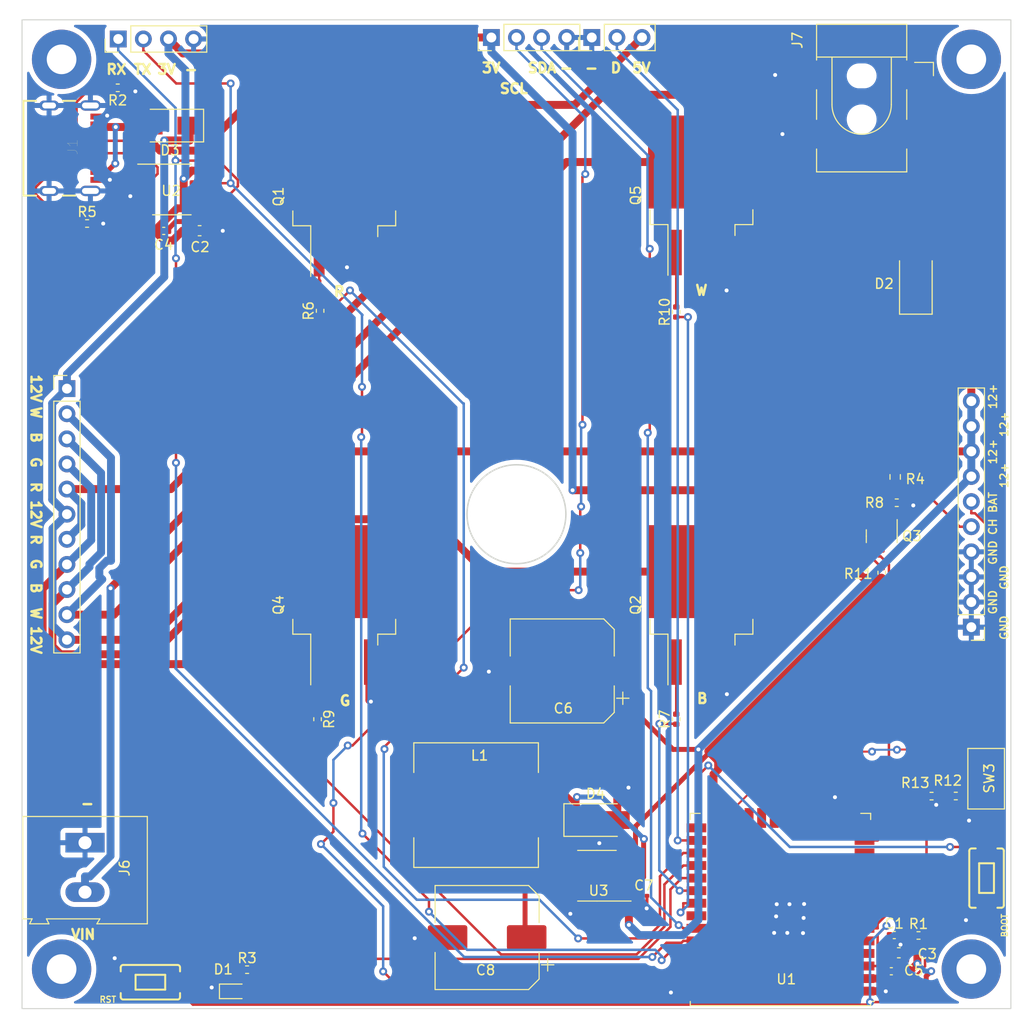
<source format=kicad_pcb>
(kicad_pcb (version 20211014) (generator pcbnew)
  (layers (0 "F.Cu" signal) (31 "B.Cu" signal) (34 "B.Paste" user) (35 "F.Paste" user) (36 "B.SilkS" user "B.Silkscreen") (37 "F.SilkS" user "F.Silkscreen") (38 "B.Mask" user) (39 "F.Mask" user) (44 "Edge.Cuts" user))
  (net 0 "")
  (net 1 "GND")
  (net 2 "Net-(C1-Pad2)")
  (net 3 "+3V3")
  (net 5 "Net-(D1-Pad2)")
  (net 6 "Net-(D2-Pad2)")
  (net 7 "VUSB")
  (net 8 "D-")
  (net 9 "D+")
  (net 11 "Net-(J1-PadB5)")
  (net 12 "Net-(J1-PadA5)")
  (net 14 "G")
  (net 15 "R")
  (net 16 "B")
  (net 17 "W")
  (net 18 "DATA")
  (net 19 "RX")
  (net 20 "TX")
  (net 21 "SCL")
  (net 22 "SDA")
  (net 23 "Net-(D4-Pad1)")
  (net 24 "V_SENSE")
  (net 25 "+12V")
  (net 26 "Net-(Q1-Pad1)")
  (net 27 "Net-(Q2-Pad1)")
  (net 28 "SENSE_PIN")
  (net 29 "Net-(Q3-Pad3)")
  (net 30 "Net-(Q4-Pad1)")
  (net 31 "Net-(Q5-Pad1)")
  (net 32 "Net-(R3-Pad2)")
  (net 33 "R_PWM")
  (net 34 "B_PWM")
  (net 35 "G_PWM")
  (net 36 "W_PWM")
  (net 37 "Net-(SW2-Pad2)")
  (net 40 "V_SENSE_BAT")
  (net 55 "Net-(SW3-Pad2)")
  (net 59 "ADC")
  (net 60 "Net-(Q3-Pad1)")
  (footprint "Resistor_SMD:R_0402_1005Metric" (layer "F.Cu") (at 66.16 70.73 90)
    (fp_text reference "R7")
    (fp_text value "200R")
  )
  (footprint "Package_TO_SOT_SMD:SOT-23" (layer "F.Cu") (at 86.94 52.22 -90)
    (fp_text reference "Q3")
    (fp_text value "2N7002")
  )
  (footprint "Resistor_SMD:R_0402_1005Metric" (layer "F.Cu") (at 6.58 20.6)
    (fp_text reference "R5")
    (fp_text value "5.1K")
  )
  (footprint "Diode_SMD:D_SMA" (layer "F.Cu") (at 14.96 10.7 180)
    (fp_text reference "D3")
    (fp_text value "D")
  )
  (footprint "Resistor_SMD:R_0402_1005Metric" (layer "F.Cu") (at 91.98 78.51)
    (fp_text reference "R13")
    (fp_text value "2.4k")
  )
  (footprint "MountingHole:MountingHole_3mm_Pad" (layer "F.Cu") (at 96 96)
    (fp_text reference "H4" hide)
    (fp_text value "MountingHole")
  )
  (footprint "Connector_PinHeader_2.54mm:PinHeader_1x03_P2.54mm_Vertical" (layer "F.Cu") (at 57.6175 1.79 90)
    (fp_text reference "J3" hide)
    (fp_text value "WS2812B")
  )
  (footprint "Connector_PinHeader_2.54mm:PinHeader_1x11_P2.54mm_Vertical" (layer "F.Cu") (at 4.54 37.3)
    (fp_text reference "J2" hide)
    (fp_text value "12vPWM")
  )
  (footprint "Diode_SMD:D_SMA" (layer "F.Cu") (at 90.39 26.37 90)
    (fp_text reference "D2")
    (fp_text value "D")
  )
  (footprint "Connector_PinHeader_2.54mm:PinHeader_1x04_P2.54mm_Vertical" (layer "F.Cu") (at 9.73 1.94 90)
    (fp_text reference "J4" hide)
    (fp_text value "UART")
  )
  (footprint "Package_TO_SOT_SMD:TO-263-2" (layer "F.Cu") (at 68.71 59.18 90)
    (fp_text reference "Q2")
    (fp_text value "NCE4060K")
  )
  (footprint "Capacitor_SMD:CP_Elec_10x10" (layer "F.Cu") (at 54.63 65.85 180)
    (fp_text reference "C6")
    (fp_text value "470uF 35V")
  )
  (footprint "Capacitor_SMD:C_0201_0603Metric" (layer "F.Cu") (at 62.88 88.59)
    (fp_text reference "C7")
    (fp_text value "1uF")
  )
  (footprint "Package_SO:SOP-8_3.9x4.9mm_P1.27mm" (layer "F.Cu") (at 58.14 86.56 180)
    (fp_text reference "U3")
    (fp_text value "XL-1509-3.3E1")
  )
  (footprint "Resistor_SMD:R_0402_1005Metric" (layer "F.Cu") (at 29.885 70.73 -90)
    (fp_text reference "R9")
    (fp_text value "200R")
  )
  (footprint "Capacitor_SMD:C_0603_1608Metric" (layer "F.Cu") (at 17.96 21.33)
    (fp_text reference "C2")
    (fp_text value "10uF")
  )
  (footprint "Resistor_SMD:R_0603_1608Metric" (layer "F.Cu") (at 88.3 46.23 -90)
    (fp_text reference "R4")
    (fp_text value "10K")
  )
  (footprint "Diode_SMD:D_SMA" (layer "F.Cu") (at 58.2 80.93)
    (fp_text reference "D4")
    (fp_text value "SS34")
  )
  (footprint "Connector_BarrelJack:BarrelJack_CLIFF_FC681465S_SMT_Horizontal" (layer "F.Cu") (at 84.91 8.57 -90)
    (fp_text reference "J7")
    (fp_text value "Barrel_Jack_Switch")
  )
  (footprint "TerminalBlock:TerminalBlock_Altech_AK300-2_P5.00mm" (layer "F.Cu") (at 6.37 83.22 -90)
    (fp_text reference "J6")
    (fp_text value "Terminal")
  )
  (footprint "Resistor_SMD:R_0402_1005Metric" (layer "F.Cu") (at 30.145 29.43 90)
    (fp_text reference "R6")
    (fp_text value "200R")
  )
  (footprint "RF_Module:ESP32-WROOM-32U" (layer "F.Cu") (at 76.7 89.975 180)
    (fp_text reference "U1")
    (fp_text value "ESP32-WROOM-32U")
  )
  (footprint "USB4105-GF-A:GCT_USB4105-GF-A" (layer "F.Cu") (at 2.735 12.9875 -90)
    (fp_text reference "J1")
    (fp_text value "USB4105-GF-A")
  )
  (footprint "Capacitor_SMD:C_0402_1005Metric" (layer "F.Cu") (at 88.21 92.56)
    (fp_text reference "C1")
    (fp_text value "0.1uF")
  )
  (footprint "Connector_PinHeader_2.54mm:PinHeader_1x04_P2.54mm_Vertical" (layer "F.Cu") (at 47.4625 1.79 90)
    (fp_text reference "J5" hide)
    (fp_text value "ExtSensor")
  )
  (footprint "Connector_PinHeader_2.54mm:PinHeader_1x10_P2.54mm_Vertical" (layer "F.Cu") (at 96 61.425 180)
    (fp_text reference "J8" hide)
    (fp_text value "pinHeaders")
  )
  (footprint "Switches:TACTILE_SWITCH_SMD_6.0X3.5MM" (layer "F.Cu") (at 12.98 97.33)
    (fp_text reference "SW1" hide)
    (fp_text value "RST")
  )
  (footprint "Capacitor_SMD:C_0402_1005Metric" (layer "F.Cu") (at 87.91 96.22)
    (fp_text reference "C5")
    (fp_text value "0.1uF")
  )
  (footprint "Resistor_SMD:R_0402_1005Metric" (layer "F.Cu") (at 66.16 29.55 90)
    (fp_text reference "R10")
    (fp_text value "200R")
  )
  (footprint "Capacitor_SMD:CP_Elec_10x10" (layer "F.Cu") (at 47.0325 92.81 180)
    (fp_text reference "C8")
    (fp_text value "330uF 35V")
  )
  (footprint "Inductor_SMD:L_12x12mm_H8mm" (layer "F.Cu") (at 45.92 79.42)
    (fp_text reference "L1")
    (fp_text value "47uH / 2A")
  )
  (footprint "MountingHole:MountingHole_3mm_Pad" (layer "F.Cu") (at 4 96)
    (fp_text reference "H1" hide)
    (fp_text value "MountingHole")
  )
  (footprint "Package_SO:SOP-8_3.9x4.9mm_P1.27mm" (layer "F.Cu") (at 15.15 17.16)
    (fp_text reference "U2")
    (fp_text value "CH340N")
  )
  (footprint "Package_TO_SOT_SMD:TO-263-2" (layer "F.Cu") (at 32.585 59.18 90)
    (fp_text reference "Q4")
    (fp_text value "NCE4060K")
  )
  (footprint "MountingHole:MountingHole_3mm_Pad" (layer "F.Cu") (at 4 4)
    (fp_text reference "H2" hide)
    (fp_text value "MountingHole")
  )
  (footprint "Capacitor_SMD:C_0402_1005Metric" (layer "F.Cu") (at 14.33 21.35)
    (fp_text reference "C4")
    (fp_text value "0.1uF")
  )
  (footprint "LED_SMD:LED_0603_1608Metric" (layer "F.Cu") (at 21.45 98.25)
    (fp_text reference "D1")
    (fp_text value "D")
  )
  (footprint "Resistor_SMD:R_0402_1005Metric" (layer "F.Cu") (at 88.46 48.84 180)
    (fp_text reference "R8")
    (fp_text value "100K")
  )
  (footprint "Button_Switch_SMD:SW_SPST_CK_RS282G05A3" (layer "F.Cu") (at 97.5 76.75 90)
    (fp_text reference "SW3")
    (fp_text value "BTN")
  )
  (footprint "Switches:TACTILE_SWITCH_SMD_6.0X3.5MM" (layer "F.Cu") (at 97.54 86.8 90)
    (fp_text reference "SW2" hide)
    (fp_text value "BOOT")
  )
  (footprint "Resistor_SMD:R_0402_1005Metric" (layer "F.Cu") (at 90.66 92.6)
    (fp_text reference "R1")
    (fp_text value "100K")
  )
  (footprint "Resistor_SMD:R_0402_1005Metric" (layer "F.Cu") (at 22.76 96.06)
    (fp_text reference "R3")
    (fp_text value "680R")
  )
  (footprint "Capacitor_SMD:C_0603_1608Metric" (layer "F.Cu") (at 88.67 94.35)
    (fp_text reference "C3")
    (fp_text value "22uF")
  )
  (footprint "MountingHole:MountingHole_3mm_Pad" (layer "F.Cu") (at 96 4)
    (fp_text reference "H3" hide)
    (fp_text value "MountingHole")
  )
  (footprint "Package_TO_SOT_SMD:TO-263-2" (layer "F.Cu") (at 68.71 17.76 90)
    (fp_text reference "Q5")
    (fp_text value "NCE4060K")
  )
  (footprint "Resistor_SMD:R_0402_1005Metric" (layer "F.Cu") (at 86.94 55.92 90)
    (fp_text reference "R11")
    (fp_text value "100K")
  )
  (footprint "Resistor_SMD:R_0402_1005Metric" (layer "F.Cu") (at 94.43 78.5)
    (fp_text reference "R12")
    (fp_text value "10k")
  )
  (footprint "Resistor_SMD:R_0402_1005Metric" (layer "F.Cu") (at 9.68 6.88)
    (fp_text reference "R2")
    (fp_text value "5.1K")
  )
  (footprint "Package_TO_SOT_SMD:TO-263-2" (layer "F.Cu") (at 32.585 17.88 90)
    (fp_text reference "Q1")
    (fp_text value "NCE4060K")
  )
  (gr_rect locked (start 0 0) (end 100 100) (layer "Edge.Cuts") (width 0.1) (fill none))
  (gr_circle (center 50 50) (end 55 50) (layer "Edge.Cuts") (width 0.15) (fill none))
  (gr_text "-" (at 57.59 4.87) (layer "F.SilkS") (effects (font (size 1 1) (thickness 0.25))))
  (gr_text "3V" (at 14.6275 5.02) (layer "F.SilkS") (effects (font (size 1 1) (thickness 0.25))))
  (gr_text "GND" (at 98.18 58.9 90) (layer "F.SilkS") (effects (font (size 0.8 0.8))))
  (gr_text "G" (at 1.41 55.04 270) (layer "F.SilkS") (effects (font (size 1 1) (thickness 0.25))))
  (gr_text "GND" (at 99.33 56.4 90) (layer "F.SilkS") (effects (font (size 0.8 0.8))))
  (gr_text "SDA" (at 52.58 4.87) (layer "F.SilkS") (effects (font (size 1 1) (thickness 0.25))))
  (gr_text "12+" (at 98.18 38.09 90) (layer "F.SilkS") (effects (font (size 0.8 0.8))))
  (gr_text "12V" (at 1.41 50.01 270) (layer "F.SilkS") (effects (font (size 1 1) (thickness 0.25))))
  (gr_text "12V" (at 1.41 37.29 270) (layer "F.SilkS") (effects (font (size 1 1) (thickness 0.25))))
  (gr_text "GND" (at 99.33 61.47 90) (layer "F.SilkS") (effects (font (size 0.8 0.8))))
  (gr_text "3V" (at 47.45 4.87) (layer "F.SilkS") (effects (font (size 1 1) (thickness 0.25))))
  (gr_text "W" (at 1.41 60.03 270) (layer "F.SilkS") (effects (font (size 1 1) (thickness 0.25))))
  (gr_text "W" (at 68.71 27.36) (layer "F.SilkS") (effects (font (size 1 1) (thickness 0.25))))
  (gr_text "SCL" (at 49.73 6.96) (layer "F.SilkS") (effects (font (size 1 1) (thickness 0.25))))
  (gr_text "B" (at 68.79 68.64) (layer "F.SilkS") (effects (font (size 1 1) (thickness 0.25))))
  (gr_text "TX" (at 12.1975 5.02) (layer "F.SilkS") (effects (font (size 1 1) (thickness 0.25))))
  (gr_text "-" (at 17.0975 5.02) (layer "F.SilkS") (effects (font (size 1 1) (thickness 0.25))))
  (gr_text "B" (at 1.41 57.47 270) (layer "F.SilkS") (effects (font (size 1 1) (thickness 0.25))))
  (gr_text "R" (at 1.41 47.27 270) (layer "F.SilkS") (effects (font (size 1 1) (thickness 0.25))))
  (gr_text "12+" (at 99.33 40.91 90) (layer "F.SilkS") (effects (font (size 0.8 0.8))))
  (gr_text "GND" (at 98.18 53.88 90) (layer "F.SilkS") (effects (font (size 0.8 0.8))))
  (gr_text "12V" (at 1.41 62.73 270) (layer "F.SilkS") (effects (font (size 1 1) (thickness 0.25))))
  (gr_text "G" (at 1.41 44.75 270) (layer "F.SilkS") (effects (font (size 1 1) (thickness 0.25))))
  (gr_text "-" (at 6.61 79.25) (layer "F.SilkS") (effects (font (size 1 1) (thickness 0.25))))
  (gr_text "BAT" (at 98.18 48.81 90) (layer "F.SilkS") (effects (font (size 0.8 0.8))))
  (gr_text "W" (at 1.41 39.72 270) (layer "F.SilkS") (effects (font (size 1 1) (thickness 0.25))))
  (gr_text "R" (at 32.07 27.49) (layer "F.SilkS") (effects (font (size 1 1) (thickness 0.25))))
  (gr_text "RX" (at 9.5375 5.02) (layer "F.SilkS") (effects (font (size 1 1) (thickness 0.25))))
  (gr_text "12+" (at 99.33 46.08 90) (layer "F.SilkS") (effects (font (size 0.8 0.8))))
  (gr_text "CH" (at 98.18 51.27 90) (layer "F.SilkS") (effects (font (size 0.8 0.8))))
  (gr_text "5V" (at 62.64 4.87) (layer "F.SilkS") (effects (font (size 1 1) (thickness 0.25))))
  (gr_text "B" (at 1.41 42.24 270) (layer "F.SilkS") (effects (font (size 1 1) (thickness 0.25))))
  (gr_text "-" (at 55.04 4.87) (layer "F.SilkS") (effects (font (size 1 1) (thickness 0.25))))
  (gr_text "12+" (at 98.18 43.68 90) (layer "F.SilkS") (effects (font (size 0.8 0.8))))
  (gr_text "R" (at 1.41 52.57 270) (layer "F.SilkS") (effects (font (size 1 1) (thickness 0.25))))
  (gr_text "G" (at 32.665 68.86) (layer "F.SilkS") (effects (font (size 1 1) (thickness 0.25))))
  (gr_text "D" (at 60.06 4.87) (layer "F.SilkS") (effects (font (size 1 1) (thickness 0.25))))
  (gr_text "VIN" (at 6.19 92.5) (layer "F.SilkS") (effects (font (size 1 1) (thickness 0.25))))
  (segment (start 76.32 90.73) (end 76.26 90.67) (width 0.5) (layer "F.Cu") (net 1))
  (segment (start 97.54 89.9496) (end 96.5604 89.9496) (width 0.8) (layer "F.Cu") (net 1))
  (segment (start 89.86 48.84) (end 90.13 49.11) (width 0.5) (layer "F.Cu") (net 1))
  (segment (start 14.81 21.135702) (end 15.540222 20.40548) (width 0.5) (layer "F.Cu") (net 1))
  (segment (start 14.81 21.35) (end 14.81 21.135702) (width 0.5) (layer "F.Cu") (net 1))
  (segment (start 10.19 6.88) (end 11.1 6.88) (width 0.5) (layer "F.Cu") (net 1))
  (segment (start 96.1 80.65) (end 95.77 80.98) (width 0.8) (layer "F.Cu") (net 1))
  (segment (start 63.2 88.59) (end 63.2 89.83) (width 0.3) (layer "F.Cu") (net 1))
  (segment (start 12.525 17.795) (end 10.995 17.795) (width 0.5) (layer "F.Cu") (net 1))
  (segment (start 77.7 90.73) (end 76.32 90.73) (width 0.5) (layer "F.Cu") (net 1))
  (segment (start 9.8304 95.3604) (end 9.37 94.9) (width 0.8) (layer "F.Cu") (net 1))
  (segment (start 71.25 68.17) (end 71.28 68.2) (width 0.8) (layer "F.Cu") (net 1))
  (segment (start 82.415 78.825) (end 82.21 78.62) (width 0.8) (layer "F.Cu") (net 1))
  (segment (start 89.445 94.135) (end 88.84 93.53) (width 0.8) (layer "F.Cu") (net 1))
  (segment (start 88.516293 93.53) (end 88.84 93.53) (width 0.5) (layer "F.Cu") (net 1))
  (segment (start 79.41 5.57) (end 76.17 5.57) (width 0.8) (layer "F.Cu") (net 1))
  (segment (start 35.125 23.655) (end 34.235 23.655) (width 0.8) (layer "F.Cu") (net 1))
  (segment (start 92.49 78.51) (end 92.49 79.35) (width 0.5) (layer "F.Cu") (net 1))
  (segment (start 89.445 94.35) (end 89.445 94.135) (width 0.8) (layer "F.Cu") (net 1))
  (segment (start 88.39 96.22) (end 89.46 95.15) (width 0.5) (layer "F.Cu") (net 1))
  (segment (start 19.57 98.25) (end 19.18 97.86) (width 0.8) (layer "F.Cu") (net 1))
  (segment (start 96.5604 89.9496) (end 95.46 91.05) (width 0.8) (layer "F.Cu") (net 1))
  (segment (start 59.7655 84.655) (end 58.38 83.2695) (width 0.5) (layer "F.Cu") (net 1))
  (segment (start 68.2 98.23) (end 65.76 98.23) (width 0.8) (layer "F.Cu") (net 1))
  (segment (start 15.540222 20.40548) (end 17.92548 20.40548) (width 0.5) (layer "F.Cu") (net 1))
  (segment (start 8.2 20.6) (end 8.21 20.61) (width 0.5) (layer "F.Cu") (net 1))
  (segment (start 11.1 6.88) (end 11.46 7.24) (width 0.5) (layer "F.Cu") (net 1))
  (segment (start 79.09 89.42) (end 79.09 90.78) (width 0.5) (layer "F.Cu") (net 1))
  (segment (start 55.515 90.345) (end 55.45 90.41) (width 0.5) (layer "F.Cu") (net 1))
  (segment (start 97.5 80.65) (end 96.1 80.65) (width 0.8) (layer "F.Cu") (net 1))
  (segment (start 7.49 16.1875) (end 8.8725 16.1875) (width 0.5) (layer "F.Cu") (net 1))
  (segment (start 71.25 23.535) (end 71.25 27.37) (width 0.8) (layer "F.Cu") (net 1))
  (segment (start 8.8725 16.1875) (end 8.88 16.18) (width 0.5) (layer "F.Cu") (net 1))
  (segment (start 35.125 68.795) (end 35.28 68.95) (width 0.8) (layer "F.Cu") (net 1))
  (segment (start 60.765 84.655) (end 59.7655 84.655) (width 0.5) (layer "F.Cu") (net 1))
  (segment (start 76.32 89.44) (end 77.61 89.44) (width 0.5) (layer "F.Cu") (net 1))
  (segment (start 9.8304 97.33) (end 9.8304 95.3604) (width 0.8) (layer "F.Cu") (net 1))
  (segment (start 88.97 48.84) (end 89.86 48.84) (width 0.5) (layer "F.Cu") (net 1))
  (segment (start 20.6625 98.25) (end 19.57 98.25) (width 0.8) (layer "F.Cu") (net 1))
  (segment (start 18.735 21.33) (end 20.29 21.33) (width 0.8) (layer "F.Cu") (net 1))
  (segment (start 78.98 92.36) (end 77.41 92.36) (width 0.5) (layer "F.Cu") (net 1))
  (segment (start 8.5125 9.7875) (end 8.61 9.69) (width 0.5) (layer "F.Cu") (net 1))
  (segment (start 7.09 20.6) (end 8.2 20.6) (width 0.5) (layer "F.Cu") (net 1))
  (segment (start 20.29 21.33) (end 20.3 21.34) (width 0.8) (layer "F.Cu") (net 1))
  (segment (start 89.46 95.15) (end 89.46 94.36) (width 0.5) (layer "F.Cu") (net 1))
  (segment (start 10.995 17.795) (end 10.95 17.84) (width 0.5) (layer "F.Cu") (net 1))
  (segment (start 43.0325 92.81) (end 39.78 92.81) (width 0.5) (layer "F.Cu") (net 1))
  (segment (start 55.515 84.655) (end 55.515 88.465) (width 0.5) (layer "F.Cu") (net 1))
  (segment (start 79.09 90.78) (end 79.04 90.83) (width 0.5) (layer "F.Cu") (net 1))
  (segment (start 87.33 98.23) (end 87.35 98.25) (width 0.8) (layer "F.Cu") (net 1))
  (segment (start 71.25 64.955) (end 71.25 68.17) (width 0.8) (layer "F.Cu") (net 1))
  (segment (start 60.2 78.78) (end 61.33 77.65) (width 0.8) (layer "F.Cu") (net 1))
  (segment (start 76.17 5.57) (end 76.16 5.58) (width 0.8) (layer "F.Cu") (net 1))
  (segment (start 92.49 79.35) (end 92.45 79.39) (width 0.5) (layer "F.Cu") (net 1))
  (segment (start 87.73 92.56) (end 87.73 92.743707) (width 0.5) (layer "F.Cu") (net 1))
  (segment (start 76.91 11.57) (end 76.9 11.56) (width 0.8) (layer "F.Cu") (net 1))
  (segment (start 65.76 98.23) (end 65.62 98.37) (width 0.8) (layer "F.Cu") (net 1))
  (segment (start 97.53 80.0996) (end 97.1204 80.0996) (width 0.8) (layer "F.Cu") (net 1))
  (segment (start 85.2 98.23) (end 87.33 98.23) (width 0.8) (layer "F.Cu") (net 1))
  (segment (start 63.2 89.83) (end 63.17 89.86) (width 0.3) (layer "F.Cu") (net 1))
  (segment (start 34.235 23.655) (end 32.86 25.03) (width 0.8) (layer "F.Cu") (net 1))
  (segment (start 55.515 88.465) (end 55.515 90.345) (width 0.5) (layer "F.Cu") (net 1))
  (segment (start 47.28 65.85) (end 47.21 65.92) (width 0.5) (layer "F.Cu") (net 1))
  (segment (start 39.78 92.81) (end 39.71 92.88) (width 0.5) (layer "F.Cu") (net 1))
  (segment (start 79.41 11.57) (end 76.91 11.57) (width 0.8) (layer "F.Cu") (net 1))
  (segment (start 77.41 92.36) (end 77.39 92.34) (width 0.5) (layer "F.Cu") (net 1))
  (segment (start 82.415 80.72) (end 82.415 78.825) (width 0.8) (layer "F.Cu") (net 1))
  (segment (start 50.63 65.85) (end 47.28 65.85) (width 0.5) (layer "F.Cu") (net 1))
  (segment (start 35.125 64.955) (end 35.125 68.795) (width 0.8) (layer "F.Cu") (net 1))
  (segment (start 17.92548 20.40548) (end 18.73 21.21) (width 0.5) (layer "F.Cu") (net 1))
  (segment (start 60.2 80.93) (end 60.2 78.78) (width 0.8) (layer "F.Cu") (net 1))
  (segment (start 7.49 9.7875) (end 8.5125 9.7875) (width 0.5) (layer "F.Cu") (net 1))
  (segment (start 87.73 92.743707) (end 88.516293 93.53) (width 0.5) (layer "F.Cu") (net 1))
  (via (at 65.62 98.37) (size 0.8) (drill 0.4) (layers "F.Cu" "B.Cu") (net 1))
  (via (at 76.9 11.56) (size 0.8) (drill 0.4) (layers "F.Cu" "B.Cu") (net 1))
  (via (at 88.84 93.53) (size 0.8) (drill 0.4) (layers "F.Cu" "B.Cu") (net 1))
  (via (at 76.32 89.44) (size 0.8) (drill 0.4) (layers "F.Cu" "B.Cu") (net 1))
  (via (at 32.86 25.03) (size 0.8) (drill 0.4) (layers "F.Cu" "B.Cu") (net 1))
  (via (at 92.45 79.39) (size 0.8) (drill 0.4) (layers "F.Cu" "B.Cu") (net 1))
  (via (at 76.16 5.58) (size 0.8) (drill 0.4) (layers "F.Cu" "B.Cu") (net 1))
  (via (at 10.95 17.84) (size 0.8) (drill 0.4) (layers "F.Cu" "B.Cu") (net 1))
  (via (at 76.06 92.34) (size 0.8) (drill 0.4) (layers "F.Cu" "B.Cu") (net 1))
  (via (at 71.28 68.2) (size 0.8) (drill 0.4) (layers "F.Cu" "B.Cu") (net 1))
  (via (at 11.46 7.24) (size 0.8) (drill 0.4) (layers "F.Cu" "B.Cu") (net 1))
  (via (at 90.13 49.11) (size 0.8) (drill 0.4) (layers "F.Cu" "B.Cu") (net 1))
  (via (at 19.18 97.86) (size 0.8) (drill 0.4) (layers "F.Cu" "B.Cu") (net 1))
  (via (at 8.21 20.61) (size 0.8) (drill 0.4) (layers "F.Cu" "B.Cu") (net 1))
  (via (at 95.46 91.05) (size 0.8) (drill 0.4) (layers "F.Cu" "B.Cu") (net 1))
  (via (at 87.35 98.25) (size 0.8) (drill 0.4) (layers "F.Cu" "B.Cu") (net 1))
  (via (at 79.04 90.83) (size 0.8) (drill 0.4) (layers "F.Cu" "B.Cu") (net 1))
  (via (at 78.98 92.36) (size 0.8) (drill 0.4) (layers "F.Cu" "B.Cu") (net 1))
  (via (at 82.21 78.62) (size 0.8) (drill 0.4) (layers "F.Cu" "B.Cu") (net 1))
  (via (at 8.88 16.18) (size 0.8) (drill 0.4) (layers "F.Cu" "B.Cu") (net 1))
  (via (at 47.21 65.92) (size 0.8) (drill 0.4) (layers "F.Cu" "B.Cu") (net 1))
  (via (at 8.61 9.69) (size 0.8) (drill 0.4) (layers "F.Cu" "B.Cu") (net 1))
  (via (at 77.61 89.44) (size 0.8) (drill 0.4) (layers "F.Cu" "B.Cu") (net 1))
  (via (at 71.25 27.37) (size 0.8) (drill 0.4) (layers "F.Cu" "B.Cu") (net 1))
  (via (at 95.77 80.98) (size 0.8) (drill 0.4) (layers "F.Cu" "B.Cu") (net 1))
  (via (at 9.37 94.9) (size 0.8) (drill 0.4) (layers "F.Cu" "B.Cu") (net 1))
  (via (at 35.28 68.95) (size 0.8) (drill 0.4) (layers "F.Cu" "B.Cu") (net 1))
  (via (at 55.45 90.41) (size 0.8) (drill 0.4) (layers "F.Cu" "B.Cu") (net 1))
  (via (at 63.17 89.86) (size 0.8) (drill 0.4) (layers "F.Cu" "B.Cu") (net 1))
  (via (at 58.38 83.2695) (size 0.8) (drill 0.4) (layers "F.Cu" "B.Cu") (net 1))
  (via (at 20.3 21.34) (size 0.8) (drill 0.4) (layers "F.Cu" "B.Cu") (net 1))
  (via (at 77.39 92.34) (size 0.8) (drill 0.4) (layers "F.Cu" "B.Cu") (net 1))
  (via (at 39.71 92.88) (size 0.8) (drill 0.4) (layers "F.Cu" "B.Cu") (net 1))
  (via (at 76.26 90.67) (size 0.8) (drill 0.4) (layers "F.Cu" "B.Cu") (net 1))
  (via (at 79.09 89.42) (size 0.8) (drill 0.4) (layers "F.Cu" "B.Cu") (net 1))
  (via (at 61.33 77.65) (size 0.8) (drill 0.4) (layers "F.Cu" "B.Cu") (net 1))
  (segment (start 77.39 92.34) (end 76.06 92.34) (width 0.5) (layer "B.Cu") (net 1))
  (segment (start 79.04 90.83) (end 79.04 92.3) (width 0.5) (layer "B.Cu") (net 1))
  (segment (start 79.07 89.44) (end 79.09 89.42) (width 0.5) (layer "B.Cu") (net 1))
  (segment (start 76.26 89.5) (end 76.32 89.44) (width 0.5) (layer "B.Cu") (net 1))
  (segment (start 76.26 90.67) (end 76.26 89.5) (width 0.5) (layer "B.Cu") (net 1))
  (segment (start 79.04 92.3) (end 78.98 92.36) (width 0.5) (layer "B.Cu") (net 1))
  (segment (start 77.61 89.44) (end 79.07 89.44) (width 0.5) (layer "B.Cu") (net 1))
  (segment (start 16.1296 98.4541) (end 17.2729 99.5974) (width 0.25) (layer "F.Cu") (net 2))
  (segment (start 89.3759 91.8741) (end 90.5462 91.8741) (width 0.25) (layer "F.Cu") (net 2))
  (segment (start 91.319 92.749) (end 91.17 92.6) (width 0.25) (layer "F.Cu") (net 2))
  (segment (start 87.4102 91.632) (end 86.5253 92.5169) (width 0.25) (layer "F.Cu") (net 2))
  (segment (start 87.7041 99.335) (end 91.319 95.7201) (width 0.25) (layer "F.Cu") (net 2))
  (segment (start 17.2729 99.5974) (end 85.4936 99.5974) (width 0.25) (layer "F.Cu") (net 2))
  (segment (start 16.1296 97.33) (end 16.1296 98.4541) (width 0.25) (layer "F.Cu") (net 2))
  (segment (start 90.5462 91.8741) (end 91.17 92.4979) (width 0.25) (layer "F.Cu") (net 2))
  (segment (start 85.4936 99.5974) (end 85.756 99.335) (width 0.25) (layer "F.Cu") (net 2))
  (segment (start 91.319 95.7201) (end 91.319 92.749) (width 0.25) (layer "F.Cu") (net 2))
  (segment (start 85.2 95.69) (end 86.5253 95.69) (width 0.25) (layer "F.Cu") (net 2))
  (segment (start 91.17 92.4979) (end 91.17 92.6) (width 0.25) (layer "F.Cu") (net 2))
  (segment (start 86.5253 92.5169) (end 86.5253 95.69) (width 0.25) (layer "F.Cu") (net 2))
  (segment (start 88.69 92.56) (end 89.3759 91.8741) (width 0.25) (layer "F.Cu") (net 2))
  (segment (start 85.756 99.335) (end 87.7041 99.335) (width 0.25) (layer "F.Cu") (net 2))
  (via (at 85.756 99.335) (size 0.8) (drill 0.4) (layers "F.Cu" "B.Cu") (net 2))
  (via (at 87.4102 91.632) (size 0.8) (drill 0.4) (layers "F.Cu" "B.Cu") (net 2))
  (segment (start 85.756 93.2862) (end 87.4102 91.632) (width 0.25) (layer "B.Cu") (net 2))
  (segment (start 85.756 99.335) (end 85.756 93.2862) (width 0.25) (layer "B.Cu") (net 2))
  (segment (start 60.765 85.925) (end 61.167849 85.925) (width 0.5) (layer "F.Cu") (net 3))
  (segment (start 15.6793 19.065) (end 13.85 20.8943) (width 0.8) (layer "F.Cu") (net 3))
  (segment (start 91.44 98.06) (end 91.44 96.71) (width 0.5) (layer "F.Cu") (net 3))
  (segment (start 62.03952 84.12952) (end 60.33 82.42) (width 0.5) (layer "F.Cu") (net 3))
  (segment (start 85.2 96.96) (end 83.5997 96.96) (width 0.8) (layer "F.Cu") (net 3))
  (segment (start 55.6745 47.5747) (end 76.2338 47.5747) (width 0.8) (layer "F.Cu") (net 3))
  (segment (start 62.03952 84.12952) (end 62.03952 81.567489) (width 0.5) (layer "F.Cu") (net 3))
  (segment (start 46.0122 1.79) (end 44.403 3.3992) (width 0.8) (layer "F.Cu") (net 3))
  (segment (start 13.85 21.7881) (end 14.3834 22.3215) (width 0.8) (layer "F.Cu") (net 3))
  (segment (start 87.43 96.22) (end 87.252 96.398) (width 0.8) (layer "F.Cu") (net 3))
  (segment (start 17.1579 15.255) (end 16.349 16.0639) (width 0.8) (layer "F.Cu") (net 3))
  (segment (start 16.349 19.065) (end 17.775 19.065) (width 0.8) (layer "F.Cu") (net 3))
  (segment (start 14.3834 22.3215) (end 15.2485 22.3215) (width 0.8) (layer "F.Cu") (net 3))
  (segment (start 70.3999 74.957) (end 69.4065 73.9635) (width 0.8) (layer "F.Cu") (net 3))
  (segment (start 15.2485 22.3215) (end 16.24 21.33) (width 0.8) (layer "F.Cu") (net 3))
  (segment (start 62.03952 81.567489) (end 69.4065 74.200509) (width 0.5) (layer "F.Cu") (net 3))
  (segment (start 60.33 82.42) (end 52.94 82.42) (width 0.5) (layer "F.Cu") (net 3))
  (segment (start 69.929 81.9869) (end 69.929 76.2941) (width 0.8) (layer "F.Cu") (net 3))
  (segment (start 52.94 82.42) (end 50.77 80.25) (width 0.5) (layer "F.Cu") (net 3))
  (segment (start 87.4351 97.1431) (end 88.8527 97.1431) (width 0.8) (layer "F.Cu") (net 3))
  (segment (start 90.15 93.1246) (end 90.15 92.6) (width 0.8) (layer "F.Cu") (net 3))
  (segment (start 83.5997 96.96) (end 83.5997 90.7117) (width 0.8) (layer "F.Cu") (net 3))
  (segment (start 69.4065 74.200509) (end 69.4065 73.9635) (width 0.5) (layer "F.Cu") (net 3))
  (segment (start 69.4065 73.9635) (end 86.94 56.43) (width 0.8) (layer "F.Cu") (net 3))
  (segment (start 85.2 96.96) (end 86.7754 96.96) (width 0.8) (layer "F.Cu") (net 3))
  (segment (start 75.5248 87.5827) (end 69.929 81.9869) (width 0.8) (layer "F.Cu") (net 3))
  (segment (start 47.4625 1.79) (end 46.0122 1.79) (width 0.8) (layer "F.Cu") (net 3))
  (segment (start 13.85 20.8943) (end 13.85 21.35) (width 0.8) (layer "F.Cu") (net 3))
  (segment (start 87.43 96.22) (end 87.43 94.815) (width 0.8) (layer "F.Cu") (net 3))
  (segment (start 87.43 94.815) (end 87.895 94.35) (width 0.8) (layer "F.Cu") (net 3))
  (segment (start 91.44 96.71) (end 91.94 96.21) (width 0.5) (layer "F.Cu") (net 3))
  (segment (start 86.7754 96.96) (end 87.252 96.96) (width 0.8) (layer "F.Cu") (net 3))
  (segment (start 17.775 15.255) (end 17.1579 15.255) (width 0.8) (layer "F.Cu") (net 3))
  (segment (start 16.349 19.065) (end 15.6793 19.065) (width 0.8) (layer "F.Cu") (net 3))
  (segment (start 16.24 21.33) (end 17.08 21.33) (width 0.8) (layer "F.Cu") (net 3))
  (segment (start 69.929 76.2941) (end 70.3999 75.8232) (width 0.8) (layer "F.Cu") (net 3))
  (segment (start 90.5465 93.5211) (end 90.15 93.1246) (width 0.8) (layer "F.Cu") (net 3))
  (segment (start 90.5465 95.4493) (end 90.5465 93.5211) (width 0.8) (layer "F.Cu") (net 3))
  (segment (start 16.2692 3.3992) (end 14.81 1.94) (width 0.8) (layer "F.Cu") (net 3))
  (segment (start 83.5997 90.7117) (end 80.4707 87.5827) (width 0.8) (layer "F.Cu") (net 3))
  (segment (start 62.03952 85.053329) (end 62.03952 84.12952) (width 0.5) (layer "F.Cu") (net 3))
  (segment (start 61.167849 85.925) (end 62.03952 85.053329) (width 0.5) (layer "F.Cu") (net 3))
  (segment (start 44.403 3.3992) (end 16.2692 3.3992) (width 0.8) (layer "F.Cu") (net 3))
  (segment (start 16.349 16.0639) (end 16.349 19.065) (width 0.8) (layer "F.Cu") (net 3))
  (segment (start 50.87 79.42) (end 50.87 92.72) (width 0.5) (layer "F.Cu") (net 3))
  (segment (start 80.4707 87.5827) (end 75.5248 87.5827) (width 0.8) (layer "F.Cu") (net 3))
  (segment (start 88.8527 97.1431) (end 90.5465 95.4493) (width 0.8) (layer "F.Cu") (net 3))
  (segment (start 70.3999 75.8232) (end 70.3999 74.957) (width 0.8) (layer "F.Cu") (net 3))
  (segment (start 76.2338 47.5747) (end 85.0891 56.43) (width 0.8) (layer "F.Cu") (net 3))
  (segment (start 87.252 96.398) (end 87.252 96.96) (width 0.8) (layer "F.Cu") (net 3))
  (segment (start 87.252 96.96) (end 87.4351 97.1431) (width 0.8) (layer "F.Cu") (net 3))
  (segment (start 50.87 92.72) (end 50.99 92.84) (width 0.5) (layer "F.Cu") (net 3))
  (segment (start 13.85 21.35) (end 13.85 21.7881) (width 0.8) (layer "F.Cu") (net 3))
  (segment (start 85.0891 56.43) (end 86.94 56.43) (width 0.8) (layer "F.Cu") (net 3))
  (via (at 91.94 96.21) (size 0.8) (drill 0.4) (layers "F.Cu" "B.Cu") (net 3))
  (via (at 16.349 16.0639) (size 0.8) (drill 0.4) (layers "F.Cu" "B.Cu") (net 3))
  (via (at 55.6745 47.5747) (size 0.8) (drill 0.4) (layers "F.Cu" "B.Cu") (net 3))
  (via (at 90.5465 95.4493) (size 0.8) (drill 0.4) (layers "F.Cu" "B.Cu") (net 3))
  (segment (start 47.4625 1.79) (end 47.4625 3.2403) (width 0.8) (layer "B.Cu") (net 3))
  (segment (start 91.3072 96.21) (end 90.5465 95.4493) (width 0.5) (layer "B.Cu") (net 3))
  (segment (start 16.5244 5.1047) (end 16.5244 15.8885) (width 0.8) (layer "B.Cu") (net 3))
  (segment (start 16.5244 15.8885) (end 16.349 16.0639) (width 0.8) (layer "B.Cu") (net 3))
  (segment (start 47.4625 3.2403) (end 55.6745 11.4523) (width 0.8) (layer "B.Cu") (net 3))
  (segment (start 14.81 1.94) (end 14.81 3.3903) (width 0.8) (layer "B.Cu") (net 3))
  (segment (start 91.94 96.21) (end 91.3072 96.21) (width 0.5) (layer "B.Cu") (net 3))
  (segment (start 55.6745 11.4523) (end 55.6745 47.5747) (width 0.8) (layer "B.Cu") (net 3))
  (segment (start 14.81 3.3903) (end 16.5244 5.1047) (width 0.8) (layer "B.Cu") (net 3))
  (segment (start 22.25 96.06) (end 22.25 98.2375) (width 0.25) (layer "F.Cu") (net 5))
  (segment (start 22.25 98.2375) (end 22.2375 98.25) (width 0.25) (layer "F.Cu") (net 5))
  (segment (start 91.4602 21.4495) (end 90.39 22.5197) (width 0.8) (layer "F.Cu") (net 6))
  (segment (start 91.4602 11.57) (end 91.4602 21.4495) (width 0.8) (layer "F.Cu") (net 6))
  (segment (start 90.41 5.57) (end 88.3097 5.57) (width 0.8) (layer "F.Cu") (net 6))
  (segment (start 86.2951 7.5846) (end 88.3097 5.57) (width 0.8) (layer "F.Cu") (net 6))
  (segment (start 90.39 24.37) (end 90.39 22.5197) (width 0.8) (layer "F.Cu") (net 6))
  (segment (start 8.9504 57.4836) (end 58.8493 7.5847) (width 0.8) (layer "F.Cu") (net 6))
  (segment (start 91.4602 11.57) (end 92.5103 11.57) (width 0.8) (layer "F.Cu") (net 6))
  (segment (start 92.5103 11.57) (end 92.5103 7.6703) (width 0.8) (layer "F.Cu") (net 6))
  (segment (start 90.41 11.57) (end 91.4602 11.57) (width 0.8) (layer "F.Cu") (net 6))
  (segment (start 58.8493 7.5847) (end 86.2951 7.5847) (width 0.8) (layer "F.Cu") (net 6))
  (segment (start 92.5103 7.6703) (end 90.41 5.57) (width 0.8) (layer "F.Cu") (net 6))
  (segment (start 86.2951 7.5847) (end 86.2951 7.5846) (width 0.8) (layer "F.Cu") (net 6))
  (via (at 8.9504 57.4836) (size 0.8) (drill 0.4) (layers "F.Cu" "B.Cu") (net 6))
  (segment (start 6.867 86.6297) (end 8.9504 84.5463) (width 0.8) (layer "B.Cu") (net 6))
  (segment (start 8.9504 84.5463) (end 8.9504 57.4836) (width 0.8) (layer "B.Cu") (net 6))
  (segment (start 6.37 86.6297) (end 6.867 86.6297) (width 0.8) (layer "B.Cu") (net 6))
  (segment (start 6.37 88.22) (end 6.37 86.6297) (width 0.8) (layer "B.Cu") (net 6))
  (segment (start 62.6975 1.79) (end 55.881 8.6065) (width 0.8) (layer "F.Cu") (net 7))
  (segment (start 7.49 15.3875) (end 8.5725 15.3875) (width 0.5) (layer "F.Cu") (net 7))
  (segment (start 55.881 8.6065) (end 22.7177 8.6065) (width 0.8) (layer "F.Cu") (net 7))
  (segment (start 8.5725 15.3875) (end 9.43 14.53) (width 0.5) (layer "F.Cu") (net 7))
  (segment (start 7.49 10.5875) (end 8.4093 10.5875) (width 0.5) (layer "F.Cu") (net 7))
  (segment (start 12.96 10.8437) (end 12.96 10.7) (width 0.8) (layer "F.Cu") (net 7))
  (segment (start 18.091 13.2332) (end 13.9621 13.2332) (width 0.8) (layer "F.Cu") (net 7))
  (segment (start 13.9621 13.2332) (end 12.96 12.2311) (width 0.8) (layer "F.Cu") (net 7))
  (segment (start 8.4093 10.5875) (end 8.6655 10.8437) (width 0.5) (layer "F.Cu") (net 7))
  (segment (start 12.96 12.2311) (end 12.96 10.8437) (width 0.8) (layer "F.Cu") (net 7))
  (segment (start 22.7177 8.6065) (end 18.091 13.2332) (width 0.8) (layer "F.Cu") (net 7))
  (segment (start 9.4763 10.8437) (end 8.6655 10.8437) (width 0.8) (layer "F.Cu") (net 7))
  (segment (start 12.96 10.8437) (end 9.4763 10.8437) (width 0.8) (layer "F.Cu") (net 7))
  (via (at 9.43 14.53) (size 0.8) (drill 0.4) (layers "F.Cu" "B.Cu") (net 7))
  (via (at 9.4763 10.8437) (size 0.8) (drill 0.4) (layers "F.Cu" "B.Cu") (net 7))
  (segment (start 9.43 14.53) (end 9.43 10.89) (width 0.5) (layer "B.Cu") (net 7))
  (segment (start 9.43 10.89) (end 9.4763 10.8437) (width 0.5) (layer "B.Cu") (net 7))
  (segment (start 7.49 12.2375) (end 11.0325 12.2375) (width 0.25) (layer "F.Cu") (net 8))
  (segment (start 13.7048 15.5789) (end 12.7587 16.525) (width 0.25) (layer "F.Cu") (net 8))
  (segment (start 6.5897 12.2375) (end 6.5897 13.2375) (width 0.25) (layer "F.Cu") (net 8))
  (segment (start 7.49 13.2375) (end 6.5897 13.2375) (width 0.25) (layer "F.Cu") (net 8))
  (segment (start 7.0399 12.2375) (end 6.5897 12.2375) (width 0.25) (layer "F.Cu") (net 8))
  (segment (start 12.7587 16.525) (end 12.525 16.525) (width 0.25) (layer "F.Cu") (net 8))
  (segment (start 11.0325 12.2375) (end 13.7048 14.9098) (width 0.25) (layer "F.Cu") (net 8))
  (segment (start 13.7048 14.9098) (end 13.7048 15.5789) (width 0.25) (layer "F.Cu") (net 8))
  (segment (start 7.0399 12.2375) (end 7.49 12.2375) (width 0.25) (layer "F.Cu") (net 8))
  (segment (start 8.4812 13.4901) (end 8.4812 12.8284) (width 0.25) (layer "F.Cu") (net 9))
  (segment (start 8.3903 13.581) (end 8.4812 13.4901) (width 0.25) (layer "F.Cu") (net 9))
  (segment (start 7.49 12.7375) (end 8.3903 12.7375) (width 0.25) (layer "F.Cu") (net 9))
  (segment (start 8.4812 12.8284) (end 8.3903 12.7375) (width 0.25) (layer "F.Cu") (net 9))
  (segment (start 10.7601 13.4901) (end 8.4812 13.4901) (width 0.25) (layer "F.Cu") (net 9))
  (segment (start 7.49 13.7375) (end 8.3903 13.7375) (width 0.25) (layer "F.Cu") (net 9))
  (segment (start 8.3903 13.7375) (end 8.3903 13.581) (width 0.25) (layer "F.Cu") (net 9))
  (segment (start 12.525 15.255) (end 10.7601 13.4901) (width 0.25) (layer "F.Cu") (net 9))
  (segment (start 1.4015 16.913) (end 3.577 14.7375) (width 0.25) (layer "F.Cu") (net 11))
  (segment (start 6.07 20.6) (end 4.3498 20.6) (width 0.25) (layer "F.Cu") (net 11))
  (segment (start 3.577 14.7375) (end 7.49 14.7375) (width 0.25) (layer "F.Cu") (net 11))
  (segment (start 4.3498 20.6) (end 1.4015 17.6517) (width 0.25) (layer "F.Cu") (net 11))
  (segment (start 1.4015 17.6517) (end 1.4015 16.913) (width 0.25) (layer "F.Cu") (net 11))
  (segment (start 5.5146 10.6624) (end 6.5897 11.7375) (width 0.25) (layer "F.Cu") (net 12))
  (segment (start 6.951 6.88) (end 5.5146 8.3164) (width 0.25) (layer "F.Cu") (net 12))
  (segment (start 5.5146 8.3164) (end 5.5146 10.6624) (width 0.25) (layer "F.Cu") (net 12))
  (segment (start 9.17 6.88) (end 6.951 6.88) (width 0.25) (layer "F.Cu") (net 12))
  (segment (start 7.49 11.7375) (end 6.5897 11.7375) (width 0.25) (layer "F.Cu") (net 12))
  (segment (start 23.2285 65.1615) (end 27.2847 61.1053) (width 0.8) (layer "F.Cu") (net 14))
  (segment (start 3.469 65.1615) (end 23.2285 65.1615) (width 0.8) (layer "F.Cu") (net 14))
  (segment (start 32.585 55.805) (end 32.585 61.1053) (width 0.8) (layer "F.Cu") (net 14))
  (segment (start 4.54 55.08) (end 2.0772 57.5428) (width 0.8) (layer "F.Cu") (net 14))
  (segment (start 2.0772 63.7697) (end 3.469 65.1615) (width 0.8) (layer "F.Cu") (net 14))
  (segment (start 27.2847 61.1053) (end 32.585 61.1053) (width 0.8) (layer "F.Cu") (net 14))
  (segment (start 2.0772 57.5428) (end 2.0772 63.7697) (width 0.8) (layer "F.Cu") (net 14))
  (segment (start 6.9944 52.6256) (end 6.9944 47.3744) (width 0.8) (layer "B.Cu") (net 14))
  (segment (start 4.54 55.08) (end 6.9944 52.6256) (width 0.8) (layer "B.Cu") (net 14))
  (segment (start 6.9944 47.3744) (end 4.54 44.92) (width 0.8) (layer "B.Cu") (net 14))
  (segment (start 36.2754 26.2298) (end 15.0452 47.46) (width 0.8) (layer "F.Cu") (net 15))
  (segment (start 36.2754 21.0738) (end 36.2754 26.2298) (width 0.8) (layer "F.Cu") (net 15))
  (segment (start 15.0452 47.46) (end 4.54 47.46) (width 0.8) (layer "F.Cu") (net 15))
  (segment (start 35.0069 19.8053) (end 36.2754 21.0738) (width 0.8) (layer "F.Cu") (net 15))
  (segment (start 32.585 19.8053) (end 35.0069 19.8053) (width 0.8) (layer "F.Cu") (net 15))
  (segment (start 32.585 14.505) (end 32.585 19.8053) (width 0.8) (layer "F.Cu") (net 15))
  (segment (start 5.9941 51.0859) (end 5.9941 48.9141) (width 0.8) (layer "B.Cu") (net 15))
  (segment (start 4.54 52.54) (end 5.9941 51.0859) (width 0.8) (layer "B.Cu") (net 15))
  (segment (start 5.9941 48.9141) (end 4.54 47.46) (width 0.8) (layer "B.Cu") (net 15))
  (segment (start 3.8834 64.1612) (end 3.0775 63.3553) (width 0.8) (layer "F.Cu") (net 16))
  (segment (start 3.0775 59.0825) (end 4.54 57.62) (width 0.8) (layer "F.Cu") (net 16))
  (segment (start 46.7929 55.805) (end 41.4925 50.5046) (width 0.8) (layer "F.Cu") (net 16))
  (segment (start 26.8821 50.5046) (end 13.2255 64.1612) (width 0.8) (layer "F.Cu") (net 16))
  (segment (start 68.71 55.805) (end 46.7929 55.805) (width 0.8) (layer "F.Cu") (net 16))
  (segment (start 3.0775 63.3553) (end 3.0775 59.0825) (width 0.8) (layer "F.Cu") (net 16))
  (segment (start 41.4925 50.5046) (end 26.8821 50.5046) (width 0.8) (layer "F.Cu") (net 16))
  (segment (start 13.2255 64.1612) (end 3.8834 64.1612) (width 0.8) (layer "F.Cu") (net 16))
  (segment (start 4.54 42.38) (end 7.9947 45.8347) (width 0.8) (layer "B.Cu") (net 16))
  (segment (start 6.8176 55.3424) (end 4.54 57.62) (width 0.8) (layer "B.Cu") (net 16))
  (segment (start 7.9947 45.8347) (end 7.9947 53.8759) (width 0.8) (layer "B.Cu") (net 16))
  (segment (start 6.8176 55.053) (end 6.8176 55.3424) (width 0.8) (layer "B.Cu") (net 16))
  (segment (start 7.9947 53.8759) (end 6.8176 55.053) (width 0.8) (layer "B.Cu") (net 16))
  (segment (start 55.0724 14.385) (end 9.2974 60.16) (width 0.8) (layer "F.Cu") (net 17))
  (segment (start 68.71 14.385) (end 63.685 14.385) (width 0.8) (layer "F.Cu") (net 17))
  (segment (start 68.71 14.385) (end 55.0724 14.385) (width 0.8) (layer "F.Cu") (net 17))
  (segment (start 9.2974 60.16) (end 5.9903 60.16) (width 0.8) (layer "F.Cu") (net 17))
  (segment (start 4.54 60.16) (end 5.9903 60.16) (width 0.8) (layer "F.Cu") (net 17))
  (segment (start 7.8179 56.2962) (end 8.1109 56.5891) (width 0.8) (layer "B.Cu") (net 17))
  (segment (start 8.995 54.7047) (end 8.5806 54.7047) (width 0.8) (layer "B.Cu") (net 17))
  (segment (start 8.5806 54.7047) (end 7.8179 55.4674) (width 0.8) (layer "B.Cu") (net 17))
  (segment (start 7.8179 55.4674) (end 7.8179 56.2962) (width 0.8) (layer "B.Cu") (net 17))
  (segment (start 8.995 44.295) (end 8.995 54.7047) (width 0.8) (layer "B.Cu") (net 17))
  (segment (start 4.54 39.84) (end 8.995 44.295) (width 0.8) (layer "B.Cu") (net 17))
  (segment (start 8.1109 56.5891) (end 4.54 60.16) (width 0.8) (layer "B.Cu") (net 17))
  (segment (start 68.2 82.99) (end 66.3082 82.99) (width 0.25) (layer "F.Cu") (net 18))
  (via (at 66.3082 82.99) (size 0.8) (drill 0.4) (layers "F.Cu" "B.Cu") (net 18))
  (segment (start 60.1575 2.9653) (end 66.3082 9.116) (width 0.25) (layer "B.Cu") (net 18))
  (segment (start 60.1575 1.79) (end 60.1575 2.9653) (width 0.25) (layer "B.Cu") (net 18))
  (segment (start 66.3082 9.116) (end 66.3082 82.99) (width 0.25) (layer "B.Cu") (net 18))
  (segment (start 65.182 93.338) (end 66.6867 93.338) (width 0.25) (layer "F.Cu") (net 19))
  (segment (start 19.8769 14.2441) (end 21.8303 16.1975) (width 0.25) (layer "F.Cu") (net 19))
  (segment (start 68.2 93.15) (end 66.8747 93.15) (width 0.25) (layer "F.Cu") (net 19))
  (segment (start 66.8747 93.15) (end 66.6867 93.338) (width 0.25) (layer "F.Cu") (net 19))
  (segment (start 20.8603 17.795) (end 17.775 17.795) (width 0.25) (layer "F.Cu") (net 19))
  (segment (start 15.57 24.12) (end 15.57 44.8) (width 0.25) (layer "F.Cu") (net 19))
  (segment (start 63.74 94.78) (end 65.182 93.338) (width 0.25) (layer "F.Cu") (net 19))
  (segment (start 21.8303 16.1975) (end 21.8303 16.825) (width 0.25) (layer "F.Cu") (net 19))
  (segment (start 15.5241 14.2441) (end 19.8769 14.2441) (width 0.25) (layer "F.Cu") (net 19))
  (segment (start 21.8303 16.825) (end 20.8603 17.795) (width 0.25) (layer "F.Cu") (net 19))
  (via (at 15.57 24.12) (size 0.8) (drill 0.4) (layers "F.Cu" "B.Cu") (net 19))
  (via (at 15.57 44.8) (size 0.8) (drill 0.4) (layers "F.Cu" "B.Cu") (net 19))
  (via (at 63.74 94.78) (size 0.8) (drill 0.4) (layers "F.Cu" "B.Cu") (net 19))
  (via (at 15.5241 14.2441) (size 0.8) (drill 0.4) (layers "F.Cu" "B.Cu") (net 19))
  (segment (start 15.5241 14.2441) (end 15.5241 24.0741) (width 0.25) (layer "B.Cu") (net 19))
  (segment (start 15.5241 65.591) (end 44.7131 94.78) (width 0.25) (layer "B.Cu") (net 19))
  (segment (start 15.5241 8.9094) (end 15.5241 14.2441) (width 0.25) (layer "B.Cu") (net 19))
  (segment (start 9.73 1.94) (end 9.73 3.1153) (width 0.25) (layer "B.Cu") (net 19))
  (segment (start 9.73 3.1153) (end 15.5241 8.9094) (width 0.25) (layer "B.Cu") (net 19))
  (segment (start 15.57 44.8) (end 15.57 65.5451) (width 0.25) (layer "B.Cu") (net 19))
  (segment (start 44.7131 94.78) (end 63.74 94.78) (width 0.25) (layer "B.Cu") (net 19))
  (segment (start 15.57 65.5451) (end 15.5241 65.591) (width 0.25) (layer "B.Cu") (net 19))
  (segment (start 15.5241 24.0741) (end 15.57 24.12) (width 0.25) (layer "B.Cu") (net 19))
  (segment (start 34.38 37.12) (end 34.38 42.12) (width 0.25) (layer "F.Cu") (net 20))
  (segment (start 34.38 42.12) (end 34.3 42.2) (width 0.25) (layer "F.Cu") (net 20))
  (segment (start 41.153849 90.196151) (end 41.153849 89.023849) (width 0.25) (layer "F.Cu") (net 20))
  (segment (start 41.153849 89.023849) (end 34.43 82.3) (width 0.25) (layer "F.Cu") (net 20))
  (segment (start 17.775 16.525) (end 21.0965 16.525) (width 0.25) (layer "F.Cu") (net 20))
  (segment (start 68.2 94.42) (end 66.8747 94.42) (width 0.25) (layer "F.Cu") (net 20))
  (segment (start 65.36739 94.42) (end 64.686637 95.100753) (width 0.25) (layer "F.Cu") (net 20))
  (segment (start 66.8747 94.42) (end 65.36739 94.42) (width 0.25) (layer "F.Cu") (net 20))
  (segment (start 12.27 3.1153) (end 15.5931 6.4384) (width 0.25) (layer "F.Cu") (net 20))
  (segment (start 15.5931 6.4384) (end 21.0965 6.4384) (width 0.25) (layer "F.Cu") (net 20))
  (segment (start 12.27 1.94) (end 12.27 3.1153) (width 0.25) (layer "F.Cu") (net 20))
  (via (at 34.38 37.12) (size 0.8) (drill 0.4) (layers "F.Cu" "B.Cu") (net 20))
  (via (at 41.153849 90.196151) (size 0.8) (drill 0.4) (layers "F.Cu" "B.Cu") (net 20))
  (via (at 34.43 82.3) (size 0.8) (drill 0.4) (layers "F.Cu" "B.Cu") (net 20))
  (via (at 21.0965 6.4384) (size 0.8) (drill 0.4) (layers "F.Cu" "B.Cu") (net 20))
  (via (at 64.686637 95.100753) (size 0.8) (drill 0.4) (layers "F.Cu" "B.Cu") (net 20))
  (via (at 21.0965 16.525) (size 0.8) (drill 0.4) (layers "F.Cu" "B.Cu") (net 20))
  (via (at 34.3 42.2) (size 0.8) (drill 0.4) (layers "F.Cu" "B.Cu") (net 20))
  (segment (start 34.43 29.8585) (end 34.34575 29.77425) (width 0.25) (layer "B.Cu") (net 20))
  (segment (start 34.38 29.8085) (end 34.38 37.12) (width 0.25) (layer "B.Cu") (net 20))
  (segment (start 45.013187 94.055489) (end 41.153849 90.196151) (width 0.25) (layer "B.Cu") (net 20))
  (segment (start 34.34575 29.77425) (end 21.0965 16.525) (width 0.25) (layer "B.Cu") (net 20))
  (segment (start 34.34575 29.77425) (end 34.38 29.8085) (width 0.25) (layer "B.Cu") (net 20))
  (segment (start 34.3 82.17) (end 34.43 82.3) (width 0.25) (layer "B.Cu") (net 20))
  (segment (start 64.686637 94.702023) (end 64.040103 94.055489) (width 0.25) (layer "B.Cu") (net 20))
  (segment (start 21.0965 16.525) (end 21.0965 6.4384) (width 0.25) (layer "B.Cu") (net 20))
  (segment (start 34.3 42.2) (end 34.3 82.17) (width 0.25) (layer "B.Cu") (net 20))
  (segment (start 64.040103 94.055489) (end 45.013187 94.055489) (width 0.25) (layer "B.Cu") (net 20))
  (segment (start 64.686637 95.100753) (end 64.686637 94.702023) (width 0.25) (layer "B.Cu") (net 20))
  (segment (start 56.45 49.32) (end 56.54 49.23) (width 0.25) (layer "F.Cu") (net 21))
  (segment (start 56.29 57.68) (end 49.13 57.68) (width 0.25) (layer "F.Cu") (net 21))
  (segment (start 65.61 96.81) (end 65.54 96.88) (width 0.25) (layer "F.Cu") (net 21))
  (segment (start 30.23 83.36) (end 31.49 82.1) (width 0.25) (layer "F.Cu") (net 21))
  (segment (start 65.54 96.88) (end 37.16 96.88) (width 0.25) (layer "F.Cu") (net 21))
  (segment (start 66.73 95.69) (end 65.61 96.81) (width 0.25) (layer "F.Cu") (net 21))
  (segment (start 49.13 57.68) (end 43.2 63.61) (width 0.25) (layer "F.Cu") (net 21))
  (segment (start 31.49 82.1) (end 31.49 79.2) (width 0.25) (layer "F.Cu") (net 21))
  (segment (start 68.2 95.69) (end 66.73 95.69) (width 0.25) (layer "F.Cu") (net 21))
  (segment (start 56.45 53.92) (end 56.45 49.32) (width 0.25) (layer "F.Cu") (net 21))
  (segment (start 56.674 40.95) (end 56.674 15.886) (width 0.25) (layer "F.Cu") (net 21))
  (segment (start 32.94 73.39) (end 33.42 73.39) (width 0.25) (layer "F.Cu") (net 21))
  (segment (start 37.16 96.88) (end 36.52 96.24) (width 0.25) (layer "F.Cu") (net 21))
  (segment (start 56.674 15.886) (end 56.96 15.6) (width 0.25) (layer "F.Cu") (net 21))
  (segment (start 33.42 73.39) (end 43.2 63.61) (width 0.25) (layer "F.Cu") (net 21))
  (via (at 36.52 96.24) (size 0.8) (drill 0.4) (layers "F.Cu" "B.Cu") (net 21))
  (via (at 56.54 49.23) (size 0.8) (drill 0.4) (layers "F.Cu" "B.Cu") (net 21))
  (via (at 56.29 57.68) (size 0.8) (drill 0.4) (layers "F.Cu" "B.Cu") (net 21))
  (via (at 56.674 40.95) (size 0.8) (drill 0.4) (layers "F.Cu" "B.Cu") (net 21))
  (via (at 56.45 53.92) (size 0.8) (drill 0.4) (layers "F.Cu" "B.Cu") (net 21))
  (via (at 31.49 79.2) (size 0.8) (drill 0.4) (layers "F.Cu" "B.Cu") (net 21))
  (via (at 30.23 83.36) (size 0.8) (drill 0.4) (layers "F.Cu" "B.Cu") (net 21))
  (via (at 56.96 15.6) (size 0.8) (drill 0.4) (layers "F.Cu" "B.Cu") (net 21))
  (via (at 32.94 73.39) (size 0.8) (drill 0.4) (layers "F.Cu" "B.Cu") (net 21))
  (segment (start 56.54 41.084) (end 56.674 40.95) (width 0.25) (layer "B.Cu") (net 21))
  (segment (start 56.96 9.9228) (end 50.0025 2.9653) (width 0.25) (layer "B.Cu") (net 21))
  (segment (start 56.29 57.68) (end 56.45 57.52) (width 0.25) (layer "B.Cu") (net 21))
  (segment (start 56.96 15.6) (end 56.96 9.9228) (width 0.25) (layer "B.Cu") (net 21))
  (segment (start 56.45 57.52) (end 56.45 53.92) (width 0.25) (layer "B.Cu") (net 21))
  (segment (start 50.0025 2.9653) (end 50.0025 1.79) (width 0.25) (layer "B.Cu") (net 21))
  (segment (start 31.49 79.2) (end 31.49 74.84) (width 0.25) (layer "B.Cu") (net 21))
  (segment (start 31.49 74.84) (end 32.94 73.39) (width 0.25) (layer "B.Cu") (net 21))
  (segment (start 36.52 96.24) (end 36.52 89.65) (width 0.25) (layer "B.Cu") (net 21))
  (segment (start 36.52 89.65) (end 30.23 83.36) (width 0.25) (layer "B.Cu") (net 21))
  (segment (start 56.54 49.23) (end 56.54 41.084) (width 0.25) (layer "B.Cu") (net 21))
  (segment (start 66.5471 91.5524) (end 66.4025 91.5524) (width 0.25) (layer "F.Cu") (net 22))
  (segment (start 66.8747 91.88) (end 66.5471 91.5524) (width 0.25) (layer "F.Cu") (net 22))
  (segment (start 68.2 91.88) (end 66.8747 91.88) (width 0.25) (layer "F.Cu") (net 22))
  (segment (start 63.48 23.16) (end 63.48 41.56) (width 0.25) (layer "F.Cu") (net 22))
  (segment (start 63.48 41.56) (end 63.28 41.76) (width 0.25) (layer "F.Cu") (net 22))
  (via (at 66.4025 91.5524) (size 0.8) (drill 0.4) (layers "F.Cu" "B.Cu") (net 22))
  (via (at 63.28 41.76) (size 0.8) (drill 0.4) (layers "F.Cu" "B.Cu") (net 22))
  (via (at 63.48 23.16) (size 0.8) (drill 0.4) (layers "F.Cu" "B.Cu") (net 22))
  (segment (start 63.613531 88.763431) (end 66.4025 91.5524) (width 0.25) (layer "B.Cu") (net 22))
  (segment (start 63.2536 13.6764) (end 52.5425 2.9653) (width 0.25) (layer "B.Cu") (net 22))
  (segment (start 63.28 41.76) (end 63.28 67.56) (width 0.25) (layer "B.Cu") (net 22))
  (segment (start 52.5425 2.9653) (end 52.5425 1.79) (width 0.25) (layer "B.Cu") (net 22))
  (segment (start 63.613531 67.893531) (end 63.613531 88.763431) (width 0.25) (layer "B.Cu") (net 22))
  (segment (start 63.2536 13.6764) (end 63.2536 22.9336) (width 0.25) (layer "B.Cu") (net 22))
  (segment (start 63.28 67.56) (end 63.613531 67.893531) (width 0.25) (layer "B.Cu") (net 22))
  (segment (start 63.2536 22.9336) (end 63.48 23.16) (width 0.25) (layer "B.Cu") (net 22))
  (segment (start 63.3547 13.7775) (end 63.2536 13.6764) (width 0.25) (layer "B.Cu") (net 22))
  (segment (start 62.86 86.7) (end 62.86 82.86902) (width 0.5) (layer "F.Cu") (net 23))
  (segment (start 56.12 78.6) (end 56.12 80.87) (width 0.5) (layer "F.Cu") (net 23))
  (segment (start 52.85 76.18) (end 42.23 76.18) (width 0.5) (layer "F.Cu") (net 23))
  (segment (start 56.12 80.87) (end 55.93 81.06) (width 0.5) (layer "F.Cu") (net 23))
  (segment (start 42.23 76.18) (end 40.8 77.61) (width 0.5) (layer "F.Cu") (net 23))
  (segment (start 56.2 79.53) (end 52.85 76.18) (width 0.5) (layer "F.Cu") (net 23))
  (segment (start 60.765 87.195) (end 61.26 86.7) (width 0.5) (layer "F.Cu") (net 23))
  (segment (start 61.26 86.7) (end 62.86 86.7) (width 0.5) (layer "F.Cu") (net 23))
  (segment (start 62.86 82.86902) (end 62.88902 82.84) (width 0.5) (layer "F.Cu") (net 23))
  (segment (start 56.2 80.93) (end 56.2 79.53) (width 0.5) (layer "F.Cu") (net 23))
  (via (at 62.88902 82.84) (size 0.8) (drill 0.4) (layers "F.Cu" "B.Cu") (net 23))
  (via (at 56.12 78.6) (size 0.8) (drill 0.4) (layers "F.Cu" "B.Cu") (net 23))
  (segment (start 58.64902 78.6) (end 56.12 78.6) (width 0.5) (layer "B.Cu") (net 23))
  (segment (start 62.88902 82.84) (end 58.64902 78.6) (width 0.5) (layer "B.Cu") (net 23))
  (segment (start 96 51.265) (end 94.8247 51.265) (width 0.25) (layer "F.Cu") (net 24))
  (segment (start 88.3 45.405) (end 88.9647 45.405) (width 0.25) (layer "F.Cu") (net 24))
  (segment (start 88.9647 45.405) (end 94.8247 51.265) (width 0.25) (layer "F.Cu") (net 24))
  (segment (start 12.8936 62.7) (end 31.9486 43.645) (width 0.8) (layer "F.Cu") (net 25))
  (segment (start 16.96 10.7) (end 16.96 12.2003) (width 0.8) (layer "F.Cu") (net 25))
  (segment (start 31.9486 43.645) (end 96 43.645) (width 0.8) (layer "F.Cu") (net 25))
  (segment (start 58.63 65.85) (end 58.63 66.579091) (width 0.5) (layer "F.Cu") (net 25))
  (segment (start 65.836609 73.7857) (end 68.3993 73.7857) (width 0.5) (layer "F.Cu") (net 25))
  (segment (start 60.765 88.465) (end 60.91 88.61) (width 0.5) (layer "F.Cu") (net 25))
  (segment (start 61.37 91.53) (end 61.37 88.87) (width 0.8) (layer "F.Cu") (net 25))
  (segment (start 96 38.565) (end 96 37.1147) (width 0.8) (layer "F.Cu") (net 25))
  (segment (start 16.96 12.2003) (end 14.3839 12.2003) (width 0.8) (layer "F.Cu") (net 25))
  (segment (start 61.2 88.7) (end 60.93 88.7) (width 0.8) (layer "F.Cu") (net 25))
  (segment (start 61.37 88.87) (end 61.2 88.7) (width 0.8) (layer "F.Cu") (net 25))
  (segment (start 90.39 31.5047) (end 90.39 28.37) (width 0.8) (layer "F.Cu") (net 25))
  (segment (start 4.54 62.7) (end 12.8936 62.7) (width 0.8) (layer "F.Cu") (net 25))
  (segment (start 61.65 88.59) (end 61.37 88.87) (width 0.3) (layer "F.Cu") (net 25))
  (segment (start 96 37.1147) (end 90.39 31.5047) (width 0.8) (layer "F.Cu") (net 25))
  (segment (start 58.63 66.579091) (end 65.836609 73.7857) (width 0.5) (layer "F.Cu") (net 25))
  (segment (start 62.56 88.59) (end 61.65 88.59) (width 0.3) (layer "F.Cu") (net 25))
  (via (at 61.37 91.53) (size 0.8) (drill 0.4) (layers "F.Cu" "B.Cu") (net 25))
  (via (at 14.3839 12.2003) (size 0.8) (drill 0.4) (layers "F.Cu" "B.Cu") (net 25))
  (via (at 68.3993 73.7857) (size 0.8) (drill 0.4) (layers "F.Cu" "B.Cu") (net 25))
  (segment (start 68.3993 73.7857) (end 68.3993 91.0175) (width 0.8) (layer "B.Cu") (net 25))
  (segment (start 66.8556 92.5612) (end 62.4012 92.5612) (width 0.8) (layer "B.Cu") (net 25))
  (segment (start 3.0493 48.5093) (end 3.0493 38.7907) (width 0.8) (layer "B.Cu") (net 25))
  (segment (start 68.3993 91.0175) (end 66.8556 92.5612) (width 0.8) (layer "B.Cu") (net 25))
  (segment (start 96 43.645) (end 96 46.185) (width 0.8) (layer "B.Cu") (net 25))
  (segment (start 4.54 50) (end 3.0493 48.5093) (width 0.8) (layer "B.Cu") (net 25))
  (segment (start 96 46.185) (end 68.3993 73.7857) (width 0.8) (layer "B.Cu") (net 25))
  (segment (start 3.0493 38.7907) (end 4.54 37.3) (width 0.8) (layer "B.Cu") (net 25))
  (segment (start 96 38.565) (end 96 41.105) (width 0.8) (layer "B.Cu") (net 25))
  (segment (start 62.4012 92.5612) (end 61.37 91.53) (width 0.8) (layer "B.Cu") (net 25))
  (segment (start 3.0839 61.2439) (end 3.0839 51.4561) (width 0.8) (layer "B.Cu") (net 25))
  (segment (start 4.54 35.8497) (end 14.3839 26.0058) (width 0.8) (layer "B.Cu") (net 25))
  (segment (start 4.54 62.7) (end 3.0839 61.2439) (width 0.8) (layer "B.Cu") (net 25))
  (segment (start 4.54 37.3) (end 4.54 35.8497) (width 0.8) (layer "B.Cu") (net 25))
  (segment (start 96 41.105) (end 96 43.645) (width 0.8) (layer "B.Cu") (net 25))
  (segment (start 14.3839 26.0058) (end 14.3839 12.2003) (width 0.8) (layer "B.Cu") (net 25))
  (segment (start 3.0839 51.4561) (end 4.54 50) (width 0.8) (layer "B.Cu") (net 25))
  (segment (start 30.045 26.2803) (end 30.145 26.3803) (width 0.25) (layer "F.Cu") (net 26))
  (segment (start 30.045 23.655) (end 30.045 26.2803) (width 0.25) (layer "F.Cu") (net 26))
  (segment (start 30.145 26.3803) (end 30.145 28.92) (width 0.25) (layer "F.Cu") (net 26))
  (segment (start 66.16 67.5903) (end 66.16 70.22) (width 0.25) (layer "F.Cu") (net 27))
  (segment (start 66.17 67.5803) (end 66.16 67.5903) (width 0.25) (layer "F.Cu") (net 27))
  (segment (start 66.17 64.955) (end 66.17 67.5803) (width 0.25) (layer "F.Cu") (net 27))
  (segment (start 87.6684 81.8469) (end 87.6684 55.1048) (width 0.25) (layer "F.Cu") (net 28))
  (segment (start 87.6684 55.1048) (end 86.8335 54.2699) (width 0.25) (layer "F.Cu") (net 28))
  (segment (start 85.2 82.99) (end 86.5253 82.99) (width 0.25) (layer "F.Cu") (net 28))
  (segment (start 85.99 53.6247) (end 85.99 51.2825) (width 0.25) (layer "F.Cu") (net 28))
  (segment (start 86.8335 54.2699) (end 86.6352 54.2699) (width 0.25) (layer "F.Cu") (net 28))
  (segment (start 86.6352 54.2699) (end 85.99 53.6247) (width 0.25) (layer "F.Cu") (net 28))
  (segment (start 86.5253 82.99) (end 87.6684 81.8469) (width 0.25) (layer "F.Cu") (net 28))
  (segment (start 85.3562 53.8262) (end 85.3562 50.5055) (width 0.25) (layer "F.Cu") (net 29))
  (segment (start 86.3584 50.1714) (end 86.94 50.753) (width 0.25) (layer "F.Cu") (net 29))
  (segment (start 85.3562 50.5055) (end 85.6903 50.1714) (width 0.25) (layer "F.Cu") (net 29))
  (segment (start 86.94 55.41) (end 85.3562 53.8262) (width 0.25) (layer "F.Cu") (net 29))
  (segment (start 86.94 50.753) (end 86.94 53.1575) (width 0.25) (layer "F.Cu") (net 29))
  (segment (start 85.6903 50.1714) (end 86.3584 50.1714) (width 0.25) (layer "F.Cu") (net 29))
  (segment (start 30.045 64.955) (end 30.045 67.5803) (width 0.25) (layer "F.Cu") (net 30))
  (segment (start 29.1978 70.5528) (end 29.885 71.24) (width 0.25) (layer "F.Cu") (net 30))
  (segment (start 30.045 67.5803) (end 29.1978 68.4275) (width 0.25) (layer "F.Cu") (net 30))
  (segment (start 29.1978 68.4275) (end 29.1978 70.5528) (width 0.25) (layer "F.Cu") (net 30))
  (segment (start 66.17 26.1603) (end 66.16 26.1703) (width 0.25) (layer "F.Cu") (net 31))
  (segment (start 66.16 26.1703) (end 66.16 29.04) (width 0.25) (layer "F.Cu") (net 31))
  (segment (start 66.17 23.535) (end 66.17 26.1603) (width 0.25) (layer "F.Cu") (net 31))
  (segment (start 65.5722 87.946) (end 66.7182 86.8) (width 0.25) (layer "F.Cu") (net 32))
  (segment (start 23.27 96.06) (end 24.364511 94.965489) (width 0.25) (layer "F.Cu") (net 32))
  (segment (start 24.364511 94.965489) (end 62.339411 94.965489) (width 0.25) (layer "F.Cu") (net 32))
  (segment (start 62.339411 94.965489) (end 65.5722 91.7327) (width 0.25) (layer "F.Cu") (net 32))
  (segment (start 65.5722 91.7327) (end 65.5722 87.946) (width 0.25) (layer "F.Cu") (net 32))
  (segment (start 66.7182 86.8) (end 68.2 86.8) (width 0.25) (layer "F.Cu") (net 32))
  (segment (start 64.044 91.9871) (end 63.1311 92.9) (width 0.25) (layer "F.Cu") (net 33))
  (segment (start 36.65 73.53) (end 44.66942 65.51058) (width 0.25) (layer "F.Cu") (net 33))
  (segment (start 64.5108 86.6239) (end 64.5108 91.5203) (width 0.25) (layer "F.Cu") (net 33))
  (segment (start 33.1645 27.3656) (end 30.5901 29.94) (width 0.25) (layer "F.Cu") (net 33))
  (segment (start 63.1311 92.9) (end 56.24 92.9) (width 0.25) (layer "F.Cu") (net 33))
  (segment (start 64.5108 91.5203) (end 64.044 91.9871) (width 0.25) (layer "F.Cu") (net 33))
  (segment (start 36.65 73.75) (end 36.65 73.53) (width 0.25) (layer "F.Cu") (net 33))
  (segment (start 68.2 84.26) (end 66.8747 84.26) (width 0.25) (layer "F.Cu") (net 33))
  (segment (start 30.5901 29.94) (end 30.145 29.94) (width 0.25) (layer "F.Cu") (net 33))
  (segment (start 66.8747 84.26) (end 64.5108 86.6239) (width 0.25) (layer "F.Cu") (net 33))
  (via (at 36.65 73.75) (size 0.8) (drill 0.4) (layers "F.Cu" "B.Cu") (net 33))
  (via (at 33.1645 27.3656) (size 0.8) (drill 0.4) (layers "F.Cu" "B.Cu") (net 33))
  (via (at 56.24 92.9) (size 0.8) (drill 0.4) (layers "F.Cu" "B.Cu") (net 33))
  (via (at 44.66942 65.51058) (size 0.8) (drill 0.4) (layers "F.Cu" "B.Cu") (net 33))
  (segment (start 39.92 88.99) (end 36.58 85.65) (width 0.25) (layer "B.Cu") (net 33))
  (segment (start 52.33 88.99) (end 39.92 88.99) (width 0.25) (layer "B.Cu") (net 33))
  (segment (start 36.58 73.9) (end 36.58 73.82) (width 0.25) (layer "B.Cu") (net 33))
  (segment (start 36.58 85.65) (end 36.58 73.9) (width 0.25) (layer "B.Cu") (net 33))
  (segment (start 44.66942 65.81058) (end 44.66942 65.51058) (width 0.25) (layer "B.Cu") (net 33))
  (segment (start 33.1645 27.3656) (end 44.6746 38.8757) (width 0.25) (layer "B.Cu") (net 33))
  (segment (start 36.58 73.82) (end 36.65 73.75) (width 0.25) (layer "B.Cu") (net 33))
  (segment (start 44.66942 65.51058) (end 44.66942 38.79058) (width 0.25) (layer "B.Cu") (net 33))
  (segment (start 56.24 92.9) (end 52.33 88.99) (width 0.25) (layer "B.Cu") (net 33))
  (segment (start 68.2 88.07) (end 66.5021 88.07) (width 0.25) (layer "F.Cu") (net 34))
  (segment (start 64.448 71.1957) (end 66.1157 71.1957) (width 0.25) (layer "F.Cu") (net 34))
  (segment (start 66.1157 71.1957) (end 66.16 71.24) (width 0.25) (layer "F.Cu") (net 34))
  (via (at 64.448 71.1957) (size 0.8) (drill 0.4) (layers "F.Cu" "B.Cu") (net 34))
  (via (at 66.5021 88.07) (size 0.8) (drill 0.4) (layers "F.Cu" "B.Cu") (net 34))
  (segment (start 64.448 86.0159) (end 66.5021 88.07) (width 0.25) (layer "B.Cu") (net 34))
  (segment (start 64.448 71.1957) (end 64.448 86.0159) (width 0.25) (layer "B.Cu") (net 34))
  (segment (start 30.52952 70.73952) (end 29.87 70.08) (width 0.25) (layer "F.Cu") (net 35))
  (segment (start 64.9626 87.4421) (end 64.9626 91.7054) (width 0.25) (layer "F.Cu") (net 35))
  (segment (start 29.87 70.08) (end 29.87 70.09) (width 0.25) (layer "F.Cu") (net 35))
  (segment (start 64.9626 91.7054) (end 62.152031 94.515969) (width 0.25) (layer "F.Cu") (net 35))
  (segment (start 62.152031 94.515969) (end 48.445969 94.515969) (width 0.25) (layer "F.Cu") (net 35))
  (segment (start 68.2 85.53) (end 66.8747 85.53) (width 0.25) (layer "F.Cu") (net 35))
  (segment (start 48.445969 94.515969) (end 30.52952 76.59952) (width 0.25) (layer "F.Cu") (net 35))
  (segment (start 29.87 70.09) (end 30.05 70.27) (width 0.25) (layer "F.Cu") (net 35))
  (segment (start 30.52952 76.59952) (end 30.52952 70.73952) (width 0.25) (layer "F.Cu") (net 35))
  (segment (start 66.8747 85.53) (end 64.9626 87.4421) (width 0.25) (layer "F.Cu") (net 35))
  (segment (start 66.8747 89.994) (end 66.8747 89.34) (width 0.25) (layer "F.Cu") (net 36))
  (segment (start 66.5983 90.2704) (end 66.8747 89.994) (width 0.25) (layer "F.Cu") (net 36))
  (segment (start 68.2 89.34) (end 66.8747 89.34) (width 0.25) (layer "F.Cu") (net 36))
  (segment (start 66.16 30.06) (end 67.3433 30.06) (width 0.25) (layer "F.Cu") (net 36))
  (via (at 67.3433 30.06) (size 0.8) (drill 0.4) (layers "F.Cu" "B.Cu") (net 36))
  (via (at 66.5983 90.2704) (size 0.8) (drill 0.4) (layers "F.Cu" "B.Cu") (net 36))
  (segment (start 67.3433 89.5254) (end 66.5983 90.2704) (width 0.25) (layer "B.Cu") (net 36))
  (segment (start 67.3433 30.06) (end 67.3433 89.5254) (width 0.25) (layer "B.Cu") (net 36))
  (segment (start 68.2 76.6084) (end 68.2 81.72) (width 0.25) (layer "F.Cu") (net 37))
  (segment (start 69.3996 75.4088) (end 68.2 76.6084) (width 0.25) (layer "F.Cu") (net 37))
  (segment (start 97.54 83.6504) (end 93.8466 83.6504) (width 0.25) (layer "F.Cu") (net 37))
  (via (at 69.3996 75.4088) (size 0.8) (drill 0.4) (layers "F.Cu" "B.Cu") (net 37))
  (via (at 93.8466 83.6504) (size 0.8) (drill 0.4) (layers "F.Cu" "B.Cu") (net 37))
  (segment (start 69.3996 75.4088) (end 77.6412 83.6504) (width 0.25) (layer "B.Cu") (net 37))
  (segment (start 77.6412 83.6504) (end 93.8466 83.6504) (width 0.25) (layer "B.Cu") (net 37))
  (segment (start 96 49.9003) (end 96 48.725) (width 0.25) (layer "F.Cu") (net 40))
  (segment (start 98.75 76.206) (end 98.75 52.2829) (width 0.25) (layer "F.Cu") (net 40))
  (segment (start 95.7919 79.1641) (end 98.75 76.206) (width 0.25) (layer "F.Cu") (net 40))
  (segment (start 96.3674 49.9003) (end 96 49.9003) (width 0.25) (layer "F.Cu") (net 40))
  (segment (start 93.92 78.5) (end 94.5841 79.1641) (width 0.25) (layer "F.Cu") (net 40))
  (segment (start 98.75 52.2829) (end 96.3674 49.9003) (width 0.25) (layer "F.Cu") (net 40))
  (segment (start 94.5841 79.1641) (end 95.7919 79.1641) (width 0.25) (layer "F.Cu") (net 40))
  (segment (start 97.53 73.8004) (end 88.4996 73.8004) (width 0.2) (layer "F.Cu") (net 55))
  (segment (start 85.96 74.01) (end 77.740489 74.01) (width 0.2) (layer "F.Cu") (net 55))
  (segment (start 97.5 72.85) (end 97.5 73.7704) (width 0.25) (layer "F.Cu") (net 55))
  (segment (start 77.740489 74.01) (end 72.36 79.390489) (width 0.2) (layer "F.Cu") (net 55))
  (segment (start 97.5 73.7704) (end 97.53 73.8004) (width 0.25) (layer "F.Cu") (net 55))
  (segment (start 88.4996 73.8004) (end 88.48 73.82) (width 0.2) (layer "F.Cu") (net 55))
  (segment (start 72.36 79.390489) (end 72.36 80.84) (width 0.2) (layer "F.Cu") (net 55))
  (via (at 85.96 74.01) (size 0.8) (drill 0.4) (layers "F.Cu" "B.Cu") (net 55))
  (via (at 88.48 73.82) (size 0.8) (drill 0.4) (layers "F.Cu" "B.Cu") (net 55))
  (segment (start 88.48 73.82) (end 86.15 73.82) (width 0.2) (layer "B.Cu") (net 55))
  (segment (start 86.15 73.82) (end 85.96 74.01) (width 0.2) (layer "B.Cu") (net 55))
  (segment (start 91.47 78.51) (end 91.47 86.467) (width 0.25) (layer "F.Cu") (net 59))
  (segment (start 91.47 86.467) (end 86.5253 91.4117) (width 0.25) (layer "F.Cu") (net 59))
  (segment (start 92.1256 77.8544) (end 91.47 78.51) (width 0.25) (layer "F.Cu") (net 59))
  (segment (start 86.5253 91.4117) (end 86.5253 91.88) (width 0.25) (layer "F.Cu") (net 59))
  (segment (start 85.2 91.88) (end 86.5253 91.88) (width 0.25) (layer "F.Cu") (net 59))
  (segment (start 94.2944 77.8544) (end 92.1256 77.8544) (width 0.25) (layer "F.Cu") (net 59))
  (segment (start 94.94 78.5) (end 94.2944 77.8544) (width 0.25) (layer "F.Cu") (net 59))
  (segment (start 88.3 47.055) (end 88.3 48.43) (width 0.25) (layer "F.Cu") (net 60))
  (segment (start 87.95 51.2225) (end 87.89 51.2825) (width 0.25) (layer "F.Cu") (net 60))
  (segment (start 88.3 48.43) (end 87.97 48.76) (width 0.25) (layer "F.Cu") (net 60))
  (segment (start 87.95 48.84) (end 87.95 51.2225) (width 0.25) (layer "F.Cu") (net 60))
  (zone (net 1) (net_name "GND") (layer "B.Cu") (connect_pads (clearance 0.508)) (min_thickness 0.254) (fill yes (thermal_gap 0.508) (thermal_bridge_width 0.508))
    (polygon (pts (xy 100 99.99) (xy 0 100) (xy -0.01 0) (xy 100 0)))
  )
)
</source>
